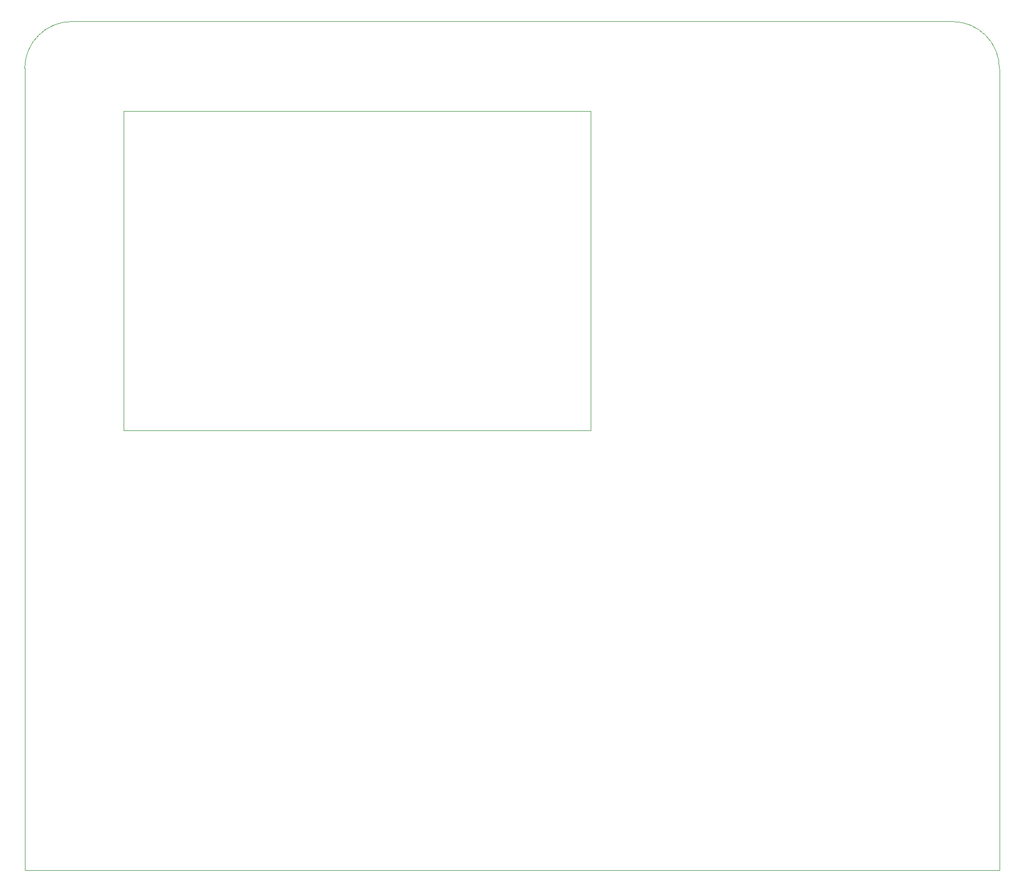
<source format=gm1>
%TF.GenerationSoftware,KiCad,Pcbnew,(6.0.0)*%
%TF.CreationDate,2022-05-25T11:52:23+05:30*%
%TF.ProjectId,Motion_Control_HMI,4d6f7469-6f6e-45f4-936f-6e74726f6c5f,rev?*%
%TF.SameCoordinates,Original*%
%TF.FileFunction,Profile,NP*%
%FSLAX46Y46*%
G04 Gerber Fmt 4.6, Leading zero omitted, Abs format (unit mm)*
G04 Created by KiCad (PCBNEW (6.0.0)) date 2022-05-25 11:52:23*
%MOMM*%
%LPD*%
G01*
G04 APERTURE LIST*
%TA.AperFunction,Profile*%
%ADD10C,0.100000*%
%TD*%
G04 APERTURE END LIST*
D10*
X218795600Y-57912000D02*
X218795600Y-75336400D01*
X76073000Y-90982800D02*
X152146000Y-90982800D01*
X218795600Y-84328000D02*
X218795600Y-85445600D01*
X59944000Y-162763200D02*
X59944000Y-31953200D01*
X67665600Y-24333200D02*
G75*
G03*
X59944000Y-31953200I-50801J-7670799D01*
G01*
X218795600Y-34798000D02*
X218795600Y-35052000D01*
X218795600Y-108407200D02*
X218795600Y-134823200D01*
X218795600Y-75336400D02*
X218795600Y-84328000D01*
X218795600Y-37439600D02*
X218795600Y-38862000D01*
X67183000Y-162763200D02*
X59944000Y-162763200D01*
X218795600Y-85445600D02*
X218795600Y-102768400D01*
X76073000Y-38912800D02*
X152146000Y-38912800D01*
X218795600Y-32054800D02*
X218795600Y-33070800D01*
X218795600Y-158496000D02*
X218795600Y-159613600D01*
X218795600Y-38862000D02*
X218795600Y-41554400D01*
X218795600Y-33832800D02*
X218795600Y-34798000D01*
X218795600Y-33070800D02*
X218795600Y-33832800D01*
X218795600Y-134823200D02*
X218795600Y-158496000D01*
X218795432Y-32054799D02*
G75*
G03*
X211124800Y-24333200I-7670632J50799D01*
G01*
X67183000Y-162763200D02*
X210693000Y-162763200D01*
X218795600Y-43637200D02*
X218795600Y-47548800D01*
X218795600Y-159613600D02*
X218795600Y-162763200D01*
X218795600Y-41554400D02*
X218795600Y-43637200D01*
X67665600Y-24333200D02*
X69596000Y-24333200D01*
X76073000Y-90982800D02*
X76073000Y-38912800D01*
X152146000Y-38912800D02*
X152146000Y-90982800D01*
X218795600Y-102768400D02*
X218795600Y-108407200D01*
X218795600Y-35052000D02*
X218795600Y-37439600D01*
X218795600Y-162763200D02*
X210693000Y-162763200D01*
X218795600Y-49428400D02*
X218795600Y-57912000D01*
X218795600Y-47548800D02*
X218795600Y-49428400D01*
X69596000Y-24333200D02*
X211124800Y-24333200D01*
M02*

</source>
